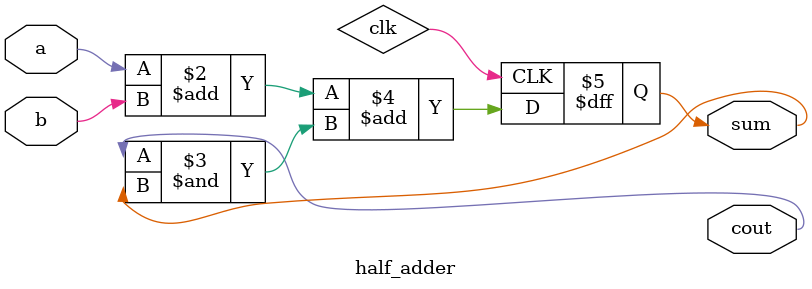
<source format=v>
module half_adder( 
input a, b,
output cout, sum );

always @(posedge clk)
begin
  sum <= a + b + (cout & sum);
end
endmodule

</source>
